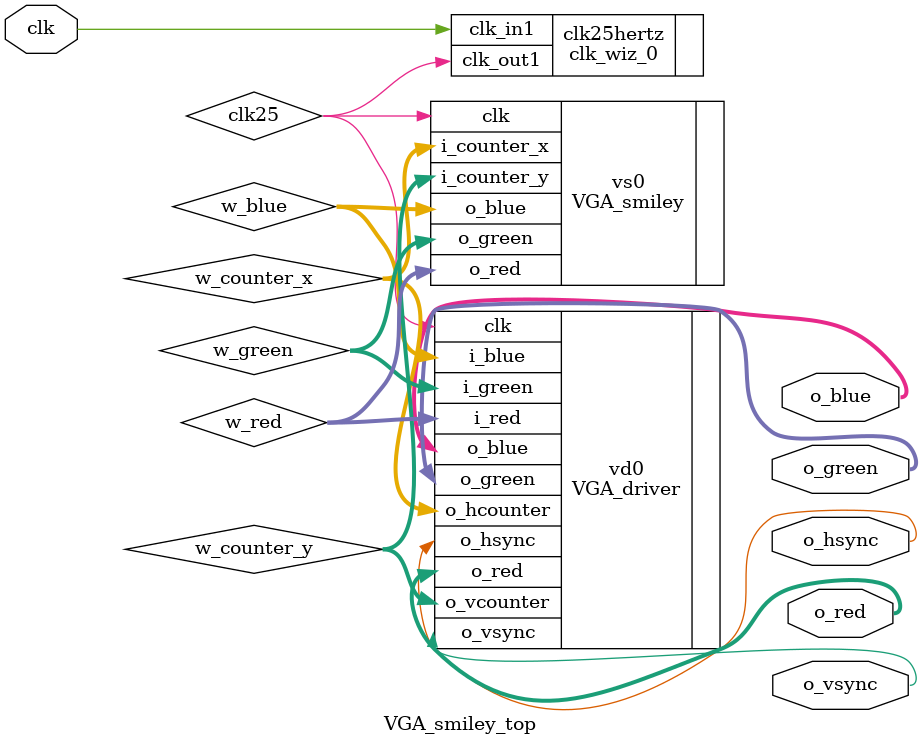
<source format=v>
`timescale 1ns / 1ps

module VGA_smiley_top(
	input clk,
	output o_hsync,           
	output o_vsync,
	output [3:0] o_red,        
	output [3:0] o_blue,       
	output [3:0] o_green
	);
	
	wire clk25MHz;
	
	wire [9:0] w_counter_x;
	wire [9:0] w_counter_y;
	wire [3:0] w_red;
	wire [3:0] w_blue;
	wire [3:0] w_green;
	
	clk_wiz_0 clk25hertz(
            .clk_in1(clk),
            .clk_out1(clk25)
            );
	
	VGA_smiley vs0 (
		.clk (clk25),
		.i_counter_x(w_counter_x),
		.i_counter_y(w_counter_y),
		.o_red(w_red),
		.o_blue(w_blue),
		.o_green(w_green)
		);
		
	VGA_driver vd0(
		.clk(clk25),
		.i_red(w_red),
		.i_blue(w_blue),
		.i_green(w_green),
		.o_hsync(o_hsync),
		.o_vsync(o_vsync),
		.o_hcounter(w_counter_x),
		.o_vcounter(w_counter_y),
		.o_red(o_red),
		.o_blue(o_blue),
		.o_green(o_green)
		);

endmodule












</source>
